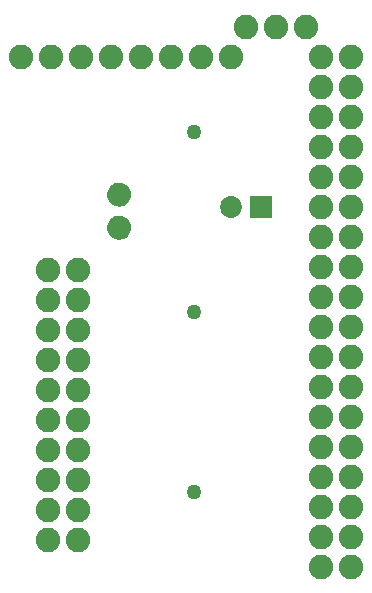
<source format=gbr>
G04 EAGLE Gerber RS-274X export*
G75*
%MOMM*%
%FSLAX34Y34*%
%LPD*%
%INSoldermask Bottom*%
%IPPOS*%
%AMOC8*
5,1,8,0,0,1.08239X$1,22.5*%
G01*
%ADD10C,2.082800*%
%ADD11C,1.854200*%
%ADD12R,1.854200X1.854200*%
%ADD13C,1.259600*%

G36*
X108437Y355593D02*
X108437Y355593D01*
X108509Y355591D01*
X110345Y355796D01*
X110391Y355810D01*
X110466Y355822D01*
X112227Y356382D01*
X112269Y356405D01*
X112341Y356431D01*
X113958Y357324D01*
X113996Y357354D01*
X114061Y357394D01*
X115473Y358585D01*
X115504Y358622D01*
X115560Y358674D01*
X116713Y360118D01*
X116736Y360160D01*
X116780Y360222D01*
X117629Y361863D01*
X117644Y361909D01*
X117675Y361978D01*
X118188Y363753D01*
X118193Y363801D01*
X118211Y363876D01*
X118367Y365716D01*
X118363Y365760D01*
X118367Y365825D01*
X118207Y367656D01*
X118194Y367702D01*
X118184Y367778D01*
X117670Y369542D01*
X117649Y369586D01*
X117624Y369658D01*
X116775Y371288D01*
X116746Y371326D01*
X116707Y371392D01*
X115557Y372825D01*
X115521Y372857D01*
X115470Y372914D01*
X114062Y374095D01*
X114021Y374119D01*
X113960Y374165D01*
X112348Y375049D01*
X112303Y375064D01*
X112234Y375098D01*
X110481Y375650D01*
X110434Y375656D01*
X110360Y375676D01*
X108533Y375876D01*
X108487Y375872D01*
X108418Y375878D01*
X106742Y375755D01*
X106699Y375744D01*
X106633Y375738D01*
X105003Y375327D01*
X104963Y375308D01*
X104899Y375290D01*
X103366Y374602D01*
X103329Y374577D01*
X103269Y374548D01*
X101879Y373604D01*
X101847Y373573D01*
X101793Y373535D01*
X100587Y372364D01*
X100561Y372328D01*
X100515Y372280D01*
X99531Y370918D01*
X99512Y370877D01*
X99475Y370823D01*
X98742Y369310D01*
X98730Y369267D01*
X98703Y369207D01*
X98245Y367590D01*
X98240Y367545D01*
X98224Y367481D01*
X98053Y365809D01*
X98057Y365761D01*
X98053Y365682D01*
X98219Y364010D01*
X98231Y363967D01*
X98240Y363902D01*
X98694Y362284D01*
X98713Y362243D01*
X98733Y362180D01*
X99461Y360666D01*
X99487Y360630D01*
X99517Y360571D01*
X100498Y359206D01*
X100530Y359175D01*
X100570Y359122D01*
X101772Y357948D01*
X101809Y357923D01*
X101857Y357878D01*
X103245Y356931D01*
X103286Y356913D01*
X103342Y356877D01*
X104873Y356185D01*
X104916Y356174D01*
X104977Y356148D01*
X106606Y355733D01*
X106650Y355730D01*
X106715Y355715D01*
X108390Y355589D01*
X108437Y355593D01*
G37*
G36*
X108437Y327602D02*
X108437Y327602D01*
X108509Y327600D01*
X110345Y327805D01*
X110391Y327819D01*
X110466Y327831D01*
X112227Y328391D01*
X112269Y328414D01*
X112341Y328440D01*
X113958Y329333D01*
X113996Y329363D01*
X114061Y329403D01*
X115473Y330594D01*
X115504Y330631D01*
X115560Y330683D01*
X116713Y332127D01*
X116736Y332169D01*
X116780Y332231D01*
X117629Y333872D01*
X117644Y333918D01*
X117675Y333987D01*
X118188Y335762D01*
X118193Y335810D01*
X118211Y335885D01*
X118367Y337725D01*
X118363Y337769D01*
X118367Y337834D01*
X118207Y339665D01*
X118194Y339711D01*
X118184Y339787D01*
X117670Y341551D01*
X117649Y341595D01*
X117624Y341667D01*
X116775Y343297D01*
X116746Y343335D01*
X116707Y343401D01*
X115557Y344834D01*
X115521Y344866D01*
X115470Y344923D01*
X114062Y346104D01*
X114021Y346128D01*
X113960Y346174D01*
X112348Y347058D01*
X112303Y347073D01*
X112234Y347107D01*
X110481Y347659D01*
X110434Y347665D01*
X110360Y347685D01*
X108533Y347885D01*
X108487Y347881D01*
X108418Y347887D01*
X106742Y347764D01*
X106699Y347753D01*
X106633Y347747D01*
X105003Y347336D01*
X104963Y347317D01*
X104899Y347299D01*
X103366Y346611D01*
X103329Y346586D01*
X103269Y346557D01*
X101879Y345613D01*
X101847Y345582D01*
X101793Y345544D01*
X100587Y344373D01*
X100561Y344337D01*
X100515Y344289D01*
X99531Y342927D01*
X99512Y342886D01*
X99475Y342832D01*
X98742Y341319D01*
X98730Y341276D01*
X98703Y341216D01*
X98245Y339599D01*
X98240Y339554D01*
X98224Y339490D01*
X98053Y337818D01*
X98057Y337770D01*
X98053Y337691D01*
X98219Y336019D01*
X98231Y335976D01*
X98240Y335911D01*
X98694Y334293D01*
X98713Y334252D01*
X98733Y334189D01*
X99461Y332675D01*
X99487Y332639D01*
X99517Y332580D01*
X100498Y331215D01*
X100530Y331184D01*
X100570Y331131D01*
X101772Y329957D01*
X101809Y329932D01*
X101857Y329887D01*
X103245Y328940D01*
X103286Y328922D01*
X103342Y328886D01*
X104873Y328194D01*
X104916Y328183D01*
X104977Y328157D01*
X106606Y327742D01*
X106650Y327739D01*
X106715Y327724D01*
X108390Y327598D01*
X108437Y327602D01*
G37*
D10*
X304800Y50800D03*
X304800Y76200D03*
X304800Y101600D03*
X304800Y127000D03*
X304800Y152400D03*
X304800Y177800D03*
X304800Y203200D03*
X304800Y228600D03*
X304800Y254000D03*
X304800Y279400D03*
X304800Y304800D03*
X304800Y330200D03*
X304800Y355600D03*
X304800Y381000D03*
X304800Y406400D03*
X304800Y431800D03*
X304800Y457200D03*
X304800Y482600D03*
X279400Y50800D03*
X279400Y76200D03*
X279400Y101600D03*
X279400Y127000D03*
X279400Y152400D03*
X279400Y177800D03*
X279400Y203200D03*
X279400Y228600D03*
X279400Y254000D03*
X279400Y279400D03*
X279400Y304800D03*
X279400Y330200D03*
X279400Y355600D03*
X279400Y381000D03*
X279400Y406400D03*
X279400Y431800D03*
X279400Y457200D03*
X279400Y482600D03*
X203200Y482600D03*
X177800Y482600D03*
X152400Y482600D03*
X127000Y482600D03*
X101600Y482600D03*
X76200Y482600D03*
X50800Y482600D03*
X25400Y482600D03*
X73660Y73660D03*
X48260Y73660D03*
X73660Y99060D03*
X48260Y99060D03*
X73660Y124460D03*
X48260Y124460D03*
X73660Y149860D03*
X48260Y149860D03*
X73660Y175260D03*
X48260Y175260D03*
X73660Y200660D03*
X48260Y200660D03*
X73660Y226060D03*
X48260Y226060D03*
X73660Y251460D03*
X48260Y251460D03*
X73660Y276860D03*
X48260Y276860D03*
X73660Y302260D03*
X48260Y302260D03*
X266700Y508000D03*
X241300Y508000D03*
D11*
X203400Y355600D03*
D12*
X228400Y355600D03*
D10*
X215900Y508000D03*
D13*
X171450Y266700D03*
X171450Y114300D03*
X171450Y419100D03*
M02*

</source>
